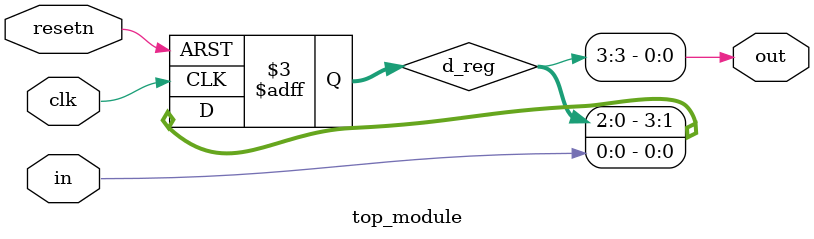
<source format=sv>
module top_module (
	input clk,
	input resetn,
	input in,
	output out
);

reg [3:0] d_reg;
reg out;

always @(posedge clk or negedge resetn) begin
	if (~resetn)
		d_reg <= 4'b0;
	else
		d_reg <= {d_reg[2:0], in};
end

assign out = d_reg[3];

endmodule

</source>
